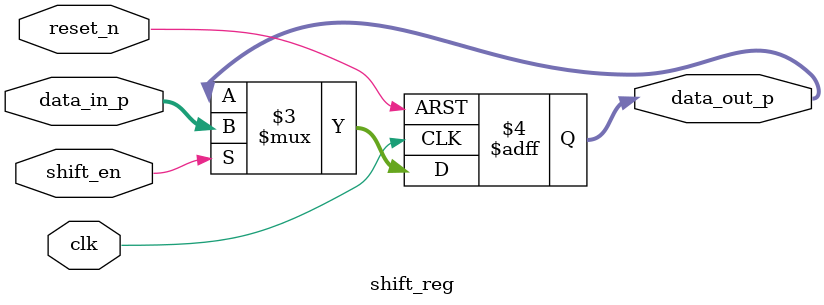
<source format=v>
module shift_reg #(parameter DATA_LENGTH = 12)(
    input clk, 
    input reset_n, 
    input shift_en, 
    input [DATA_LENGTH-1:0] data_in_p,
    output reg [DATA_LENGTH-1:0] data_out_p
); 

    always @(posedge clk or negedge reset_n) begin
        if(!reset_n)
            data_out_p <= 'b0; 
        else 
            data_out_p <= shift_en ? data_in_p: data_out_p; 
    end 
endmodule
</source>
